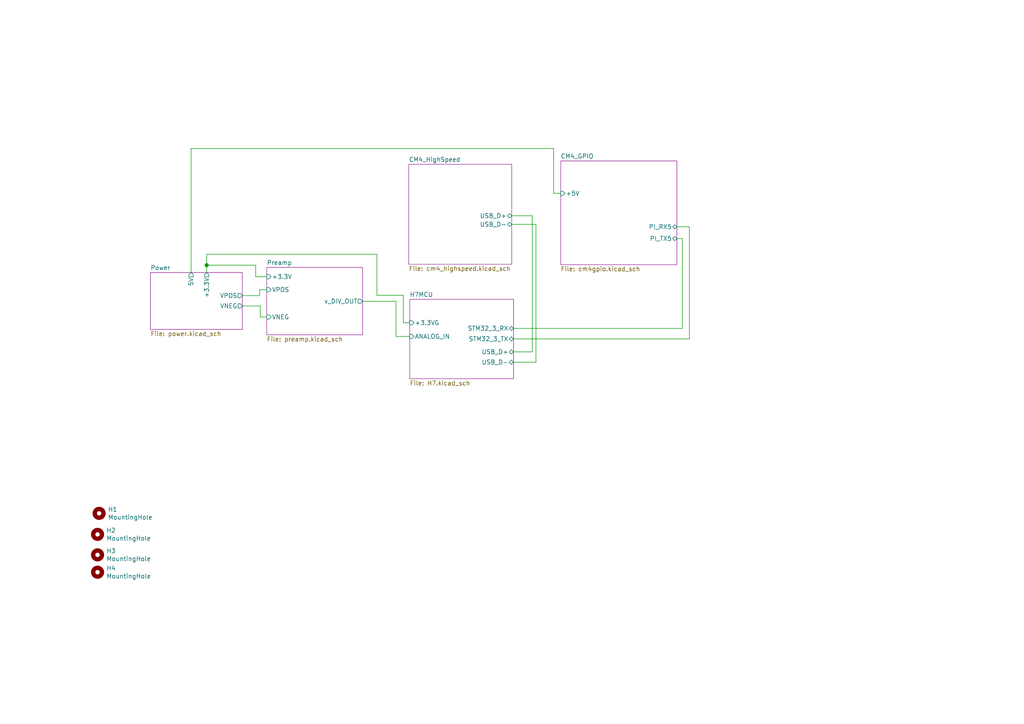
<source format=kicad_sch>
(kicad_sch (version 20200828) (generator eeschema)
  (page 1 6)
  (paper "A4")
  (title_block (title "PorpDAQ Board - Top Level"))
  (lib_symbols
    (symbol "Mechanical:MountingHole" (pin_names (offset 1.016))
      (property "Reference" "H" (at 0 5.08 0))
      (property "Value" "MountingHole" (at 0 3.175 0))
      (symbol "MountingHole_0_1"
        (circle (center 0 0) (radius 1.27) (stroke (width 1.27)))
      )
    )
  )
  (junction (at 59.944 76.9112) (diameter 1.016))
  (wire (pts (xy 55.4228 43.0784) (xy 160.5788 43.0784)))
  (wire (pts (xy 55.4228 79.0448) (xy 55.4228 43.0784)))
  (wire (pts (xy 59.944 73.7616) (xy 109.3216 73.7616)))
  (wire (pts (xy 59.944 76.9112) (xy 59.944 73.7616)))
  (wire (pts (xy 59.944 79.0448) (xy 59.944 76.9112)))
  (wire (pts (xy 70.3072 85.7504) (xy 75.2856 85.7504)))
  (wire (pts (xy 70.3072 88.7476) (xy 75.4888 88.7476)))
  (wire (pts (xy 74.168 76.9112) (xy 59.944 76.9112)))
  (wire (pts (xy 74.168 80.264) (xy 74.168 76.9112)))
  (wire (pts (xy 75.2856 84.0232) (xy 77.3684 84.0232)))
  (wire (pts (xy 75.2856 85.7504) (xy 75.2856 84.0232)))
  (wire (pts (xy 75.4888 88.7476) (xy 75.4888 91.948)))
  (wire (pts (xy 75.4888 91.948) (xy 77.3684 91.948)))
  (wire (pts (xy 77.3684 80.264) (xy 74.168 80.264)))
  (wire (pts (xy 105.156 87.376) (xy 114.8588 87.376)))
  (wire (pts (xy 109.3216 73.7616) (xy 109.3216 85.6488)))
  (wire (pts (xy 109.3216 85.6488) (xy 116.9924 85.6488)))
  (wire (pts (xy 114.8588 87.376) (xy 114.8588 97.5868)))
  (wire (pts (xy 114.8588 97.5868) (xy 118.8212 97.5868)))
  (wire (pts (xy 116.9924 85.6488) (xy 116.9924 93.6244)))
  (wire (pts (xy 116.9924 93.6244) (xy 118.8212 93.6244)))
  (wire (pts (xy 148.4376 62.5856) (xy 154.3812 62.5856)))
  (wire (pts (xy 148.4376 65.0748) (xy 155.448 65.0748)))
  (wire (pts (xy 148.9456 95.25) (xy 197.9168 95.25)))
  (wire (pts (xy 148.9456 98.298) (xy 199.9488 98.298)))
  (wire (pts (xy 148.9456 102.0572) (xy 154.3812 102.0572)))
  (wire (pts (xy 148.9456 105.0544) (xy 155.448 105.0544)))
  (wire (pts (xy 154.3812 62.5856) (xy 154.3812 102.0572)))
  (wire (pts (xy 155.448 65.0748) (xy 155.448 105.0544)))
  (wire (pts (xy 160.5788 43.0784) (xy 160.5788 56.0832)))
  (wire (pts (xy 160.5788 56.0832) (xy 162.6108 56.0832)))
  (wire (pts (xy 197.9168 69.1896) (xy 196.342 69.1896)))
  (wire (pts (xy 197.9168 95.25) (xy 197.9168 69.1896)))
  (wire (pts (xy 199.9488 65.786) (xy 196.342 65.786)))
  (wire (pts (xy 199.9488 98.298) (xy 199.9488 65.786)))
  (symbol (lib_id "Mechanical:MountingHole") (at 28.2956 154.9908 0) (unit 1)
    (property "Reference" "H2" (at 30.8357 153.8414 0) (effects (justify left)))
    (property "Value" "MountingHole" (at 30.8357 156.1401 0) (effects (justify left)))
    (property "Footprint" "MountingHole:MountingHole_3.2mm_M3_ISO14580_Pad" (effects hide))
  )
  (symbol (lib_id "Mechanical:MountingHole") (at 28.2956 160.9344 0) (unit 1)
    (property "Reference" "H3" (at 30.8357 159.785 0) (effects (justify left)))
    (property "Value" "MountingHole" (at 30.8357 162.0837 0) (effects (justify left)))
    (property "Footprint" "MountingHole:MountingHole_3.2mm_M3_ISO14580_Pad" (effects hide))
  )
  (symbol (lib_id "Mechanical:MountingHole") (at 28.2956 165.9636 0) (unit 1)
    (property "Reference" "H4" (at 30.8357 164.8142 0) (effects (justify left)))
    (property "Value" "MountingHole" (at 30.8357 167.1129 0) (effects (justify left)))
    (property "Footprint" "MountingHole:MountingHole_3.2mm_M3_ISO14580_Pad" (effects hide))
  )
  (symbol (lib_id "Mechanical:MountingHole") (at 28.7528 148.8948 0) (unit 1)
    (property "Reference" "H1" (at 31.2929 147.7454 0) (effects (justify left)))
    (property "Value" "MountingHole" (at 31.2929 150.0441 0) (effects (justify left)))
    (property "Footprint" "MountingHole:MountingHole_3.2mm_M3_ISO14580_Pad" (effects hide))
  )
  (sheet (at 162.6108 46.6852) (size 33.7312 30.0736) (stroke (width 0.001) (color 132 0 132 1)) (fill (color 255 255 255 0.0000))
    (property "Sheet name" "CM4_GPIO" (at 162.6108 46.0493 0) (effects (justify left bottom)))
    (property "Sheet file" "cm4gpio.kicad_sch" (at 162.6108 77.2677 0) (effects (justify left top)))
    (pin "+5V" input (at 162.6108 56.0832 180))
    (pin "PI_RX5" bidirectional (at 196.342 65.786 0))
    (pin "PI_TX5" bidirectional (at 196.342 69.1896 0))
  )
  (sheet (at 118.5672 47.6504) (size 29.8704 29.0068) (stroke (width 0.001) (color 132 0 132 1)) (fill (color 255 255 255 0.0000))
    (property "Sheet name" "CM4_HighSpeed" (at 118.5672 47.0145 0) (effects (justify left bottom)))
    (property "Sheet file" "cm4_highspeed.kicad_sch" (at 118.5672 77.1661 0) (effects (justify left top)))
    (pin "USB_D-" bidirectional (at 148.4376 65.0748 0))
    (pin "USB_D+" bidirectional (at 148.4376 62.5856 0))
  )
  (sheet (at 118.8212 86.8172) (size 30.1244 23.0632) (stroke (width 0.001) (color 132 0 132 1)) (fill (color 255 255 255 0.0000))
    (property "Sheet name" "H7MCU" (at 118.8212 86.1813 0) (effects (justify left bottom)))
    (property "Sheet file" "H7.kicad_sch" (at 118.8212 110.3893 0) (effects (justify left top)))
    (pin "+3.3VG" input (at 118.8212 93.6244 180))
    (pin "ANALOG_IN" input (at 118.8212 97.5868 180))
    (pin "STM32_3_TX" bidirectional (at 148.9456 98.298 0))
    (pin "STM32_3_RX" bidirectional (at 148.9456 95.25 0))
    (pin "USB_D+" bidirectional (at 148.9456 102.0572 0))
    (pin "USB_D-" bidirectional (at 148.9456 105.0544 0))
  )
  (sheet (at 43.6372 79.0448) (size 26.67 16.51) (stroke (width 0.001) (color 132 0 132 1)) (fill (color 255 255 255 0.0000))
    (property "Sheet name" "Power" (at 43.6372 78.4089 0) (effects (justify left bottom)))
    (property "Sheet file" "power.kicad_sch" (at 43.6372 96.0637 0) (effects (justify left top)))
    (pin "VPOS" output (at 70.3072 85.7504 0))
    (pin "VNEG" output (at 70.3072 88.7476 0))
    (pin "+3.3V" output (at 59.944 79.0448 90))
    (pin "5V" output (at 55.4228 79.0448 90))
  )
  (sheet (at 77.3684 77.5716) (size 27.7876 19.558) (stroke (width 0.001) (color 132 0 132 1)) (fill (color 255 255 255 0.0000))
    (property "Sheet name" "Preamp" (at 77.3684 76.9357 0) (effects (justify left bottom)))
    (property "Sheet file" "preamp.kicad_sch" (at 77.3684 97.6385 0) (effects (justify left top)))
    (pin "v_DIV_OUT" output (at 105.156 87.376 0))
    (pin "VPOS" input (at 77.3684 84.0232 180))
    (pin "VNEG" input (at 77.3684 91.948 180))
    (pin "+3.3V" input (at 77.3684 80.264 180))
  )
)
</source>
